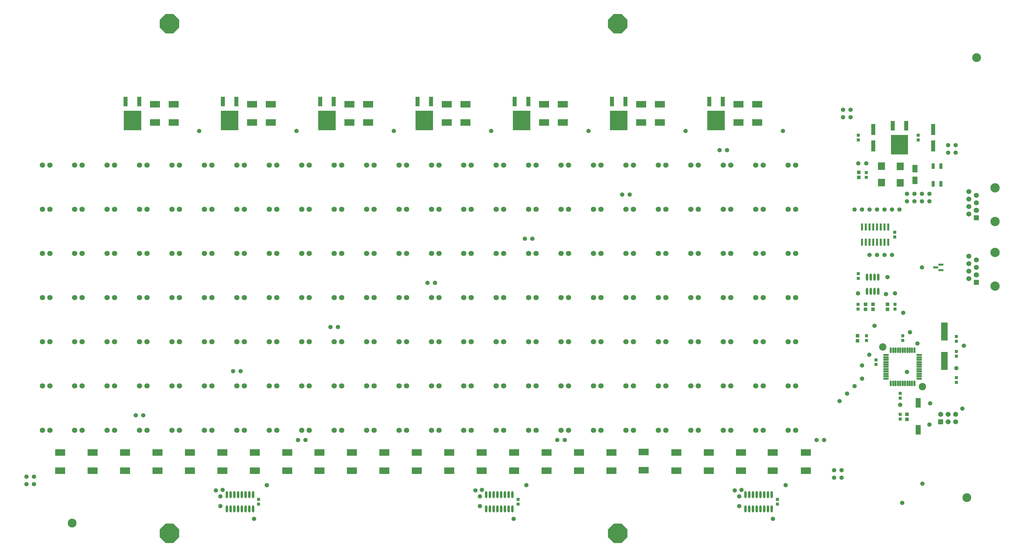
<source format=gts>
%FSLAX24Y24*%
%MOIN*%
G70*
G01*
G75*
G04 Layer_Color=8388736*
%ADD10R,0.1299X0.0787*%
%ADD11O,0.0217X0.0689*%
%ADD12O,0.0689X0.0217*%
%ADD13R,0.0354X0.0354*%
%ADD14C,0.0394*%
%ADD15R,0.2264X0.2559*%
%ADD16R,0.0492X0.1201*%
%ADD17O,0.0236X0.0866*%
%ADD18R,0.0335X0.0335*%
%ADD19R,0.0394X0.0394*%
%ADD20R,0.0630X0.1181*%
%ADD21R,0.0787X0.2362*%
%ADD22R,0.0630X0.0236*%
%ADD23R,0.0472X0.1378*%
%ADD24R,0.0866X0.0925*%
%ADD25R,0.0610X0.0925*%
%ADD26R,0.0335X0.0669*%
%ADD27R,0.2185X0.2559*%
%ADD28R,0.0236X0.0866*%
%ADD29C,0.0150*%
%ADD30C,0.0500*%
%ADD31C,0.0200*%
%ADD32C,0.0300*%
%ADD33C,0.0250*%
%ADD34C,0.0100*%
%ADD35C,0.0630*%
%ADD36C,0.0591*%
%ADD37C,0.0591*%
%ADD38R,0.0591X0.0591*%
%ADD39P,0.2706X8X22.5*%
%ADD40C,0.1161*%
%ADD41R,0.0591X0.0591*%
%ADD42C,0.0500*%
%ADD43C,0.0394*%
%ADD44C,0.0098*%
%ADD45C,0.0236*%
%ADD46C,0.0079*%
%ADD47R,0.1379X0.0867*%
%ADD48O,0.0297X0.0769*%
%ADD49O,0.0769X0.0297*%
%ADD50R,0.0434X0.0434*%
%ADD51C,0.1181*%
%ADD52R,0.2344X0.2639*%
%ADD53R,0.0572X0.1281*%
%ADD54O,0.0316X0.0946*%
%ADD55C,0.0984*%
%ADD56R,0.0415X0.0415*%
%ADD57R,0.0474X0.0474*%
%ADD58R,0.0710X0.1261*%
%ADD59R,0.0867X0.2442*%
%ADD60R,0.0710X0.0316*%
%ADD61R,0.0552X0.1458*%
%ADD62R,0.0946X0.1005*%
%ADD63R,0.0690X0.1005*%
%ADD64R,0.0415X0.0749*%
%ADD65R,0.2265X0.2639*%
%ADD66R,0.0316X0.0946*%
%ADD67C,0.0710*%
%ADD68C,0.0671*%
%ADD69C,0.0671*%
%ADD70R,0.0671X0.0671*%
%ADD71P,0.2793X8X22.5*%
%ADD72C,0.1241*%
%ADD73R,0.0671X0.0671*%
%ADD74C,0.0580*%
D47*
X149606Y17214D02*
D03*
Y19655D02*
D03*
X127608Y66170D02*
D03*
Y63730D02*
D03*
X114616Y66170D02*
D03*
Y63730D02*
D03*
X101624Y66170D02*
D03*
Y63730D02*
D03*
X88631Y66170D02*
D03*
Y63730D02*
D03*
X75639Y66170D02*
D03*
Y63730D02*
D03*
X62647Y66170D02*
D03*
Y63730D02*
D03*
X130108Y63730D02*
D03*
X117116D02*
D03*
X104124D02*
D03*
X91131D02*
D03*
X78139D02*
D03*
X65147Y63730D02*
D03*
Y66170D02*
D03*
X78139Y66170D02*
D03*
X91131D02*
D03*
X104124D02*
D03*
X117116D02*
D03*
X130108D02*
D03*
X93307Y17214D02*
D03*
X97638D02*
D03*
X101968D02*
D03*
X106299D02*
D03*
X110630D02*
D03*
X114961D02*
D03*
Y19655D02*
D03*
X110630D02*
D03*
X106299D02*
D03*
X101968D02*
D03*
X97638D02*
D03*
X93307D02*
D03*
X50000Y17214D02*
D03*
X54331D02*
D03*
X58661D02*
D03*
X62992D02*
D03*
X67323D02*
D03*
X71654D02*
D03*
X75984D02*
D03*
X80315D02*
D03*
X84646D02*
D03*
X88976D02*
D03*
Y19655D02*
D03*
X84646D02*
D03*
X80315D02*
D03*
X75984D02*
D03*
X71654D02*
D03*
X67323D02*
D03*
X62992D02*
D03*
X58661D02*
D03*
X54331D02*
D03*
X50000D02*
D03*
X140600Y66170D02*
D03*
Y63730D02*
D03*
X143100Y63730D02*
D03*
Y66170D02*
D03*
X119291Y19655D02*
D03*
X123622D02*
D03*
X132283Y17214D02*
D03*
Y19655D02*
D03*
X119291Y17214D02*
D03*
X123622D02*
D03*
X127931Y17269D02*
D03*
Y19710D02*
D03*
X136614Y17214D02*
D03*
Y19655D02*
D03*
X140945Y17214D02*
D03*
Y19655D02*
D03*
X145174Y17213D02*
D03*
Y19654D02*
D03*
D48*
X162518Y28867D02*
D03*
X162203D02*
D03*
X161888D02*
D03*
X160943Y33315D02*
D03*
X162203D02*
D03*
X162518D02*
D03*
X163463D02*
D03*
X163778D02*
D03*
X164093D02*
D03*
X163148D02*
D03*
X162833D02*
D03*
X161888D02*
D03*
X161573D02*
D03*
X161258D02*
D03*
X160943Y28867D02*
D03*
X161258D02*
D03*
X161573D02*
D03*
X162833D02*
D03*
X163148D02*
D03*
X163463D02*
D03*
X163778D02*
D03*
X164093D02*
D03*
D49*
X160294Y29516D02*
D03*
Y29831D02*
D03*
Y30146D02*
D03*
Y30461D02*
D03*
Y31091D02*
D03*
Y31406D02*
D03*
X164743Y32666D02*
D03*
Y32351D02*
D03*
Y32036D02*
D03*
Y31721D02*
D03*
Y31406D02*
D03*
Y31091D02*
D03*
Y30776D02*
D03*
Y30461D02*
D03*
Y30146D02*
D03*
Y29831D02*
D03*
Y29516D02*
D03*
X160294Y32666D02*
D03*
Y32351D02*
D03*
Y32036D02*
D03*
Y31721D02*
D03*
Y30776D02*
D03*
D50*
X156607Y61406D02*
D03*
Y62035D02*
D03*
X164607Y61406D02*
D03*
Y62035D02*
D03*
X162207Y26906D02*
D03*
Y27535D02*
D03*
X76505Y12745D02*
D03*
Y13375D02*
D03*
X111150Y12745D02*
D03*
Y13375D02*
D03*
X145796Y12745D02*
D03*
Y13375D02*
D03*
X162207Y24106D02*
D03*
Y24735D02*
D03*
X169707Y35135D02*
D03*
Y34506D02*
D03*
Y29006D02*
D03*
Y29635D02*
D03*
X162518Y34620D02*
D03*
Y35250D02*
D03*
X169707Y32506D02*
D03*
Y33135D02*
D03*
X158976Y31392D02*
D03*
X161450Y48435D02*
D03*
Y49065D02*
D03*
X158976Y32022D02*
D03*
X156600Y42906D02*
D03*
Y43535D02*
D03*
D51*
X172400Y72400D02*
D03*
X171100Y13600D02*
D03*
X51600Y10200D02*
D03*
D52*
X124608Y64005D02*
D03*
X111616D02*
D03*
X98624D02*
D03*
X85631D02*
D03*
X72639Y64005D02*
D03*
X59647D02*
D03*
X137600Y64005D02*
D03*
D53*
X125513Y66544D02*
D03*
X112521D02*
D03*
X99529D02*
D03*
X86537D02*
D03*
X73545Y66544D02*
D03*
X60553D02*
D03*
X58742D02*
D03*
X71734D02*
D03*
X84726Y66544D02*
D03*
X97718D02*
D03*
X110710D02*
D03*
X123702D02*
D03*
X138506D02*
D03*
X136694D02*
D03*
X161206Y63315D02*
D03*
X163009D02*
D03*
D54*
X110400Y12115D02*
D03*
X109900D02*
D03*
X108400D02*
D03*
X107900D02*
D03*
X107400D02*
D03*
X106900D02*
D03*
Y14005D02*
D03*
X107900D02*
D03*
X108400D02*
D03*
X108900D02*
D03*
X109400D02*
D03*
X109900D02*
D03*
X109400Y12115D02*
D03*
X108900D02*
D03*
X110400Y14005D02*
D03*
X107400D02*
D03*
X75755Y12115D02*
D03*
X75255D02*
D03*
X74755D02*
D03*
X74255D02*
D03*
X73755D02*
D03*
X73255D02*
D03*
X72755D02*
D03*
X72255D02*
D03*
Y14005D02*
D03*
X72755D02*
D03*
X73255D02*
D03*
X73755D02*
D03*
X74255D02*
D03*
X74755D02*
D03*
X75255D02*
D03*
X75755D02*
D03*
X145046Y12115D02*
D03*
X144046D02*
D03*
X143546D02*
D03*
X143046D02*
D03*
X142546D02*
D03*
X141546D02*
D03*
Y14005D02*
D03*
X142046D02*
D03*
X142546D02*
D03*
X143046D02*
D03*
X143546D02*
D03*
X144046D02*
D03*
X145046D02*
D03*
X144546D02*
D03*
X142046Y12115D02*
D03*
X144546D02*
D03*
X157757Y43065D02*
D03*
X159257Y41176D02*
D03*
X158757D02*
D03*
X158257D02*
D03*
X157757D02*
D03*
X159257Y43065D02*
D03*
X158757D02*
D03*
X158257D02*
D03*
D55*
X159867Y33750D02*
D03*
X165177Y28430D02*
D03*
D56*
X157707Y34606D02*
D03*
Y35235D02*
D03*
X156557Y39435D02*
D03*
X161507Y39435D02*
D03*
X156557Y38806D02*
D03*
X161507Y38806D02*
D03*
X157657Y57035D02*
D03*
Y56406D02*
D03*
D57*
X163107Y24086D02*
D03*
Y24755D02*
D03*
X156507Y34586D02*
D03*
Y35255D02*
D03*
X157557Y39455D02*
D03*
X160507Y39455D02*
D03*
X157557Y38786D02*
D03*
X160507Y38786D02*
D03*
X158557Y39455D02*
D03*
Y38786D02*
D03*
X156677Y56406D02*
D03*
Y57075D02*
D03*
D58*
X164607Y22670D02*
D03*
Y26285D02*
D03*
D59*
X168107Y31870D02*
D03*
Y35807D02*
D03*
D60*
X167633Y43996D02*
D03*
Y44744D02*
D03*
X166924Y44370D02*
D03*
D61*
X158607Y62820D02*
D03*
X166607Y62820D02*
D03*
Y60620D02*
D03*
X158607Y60620D02*
D03*
D62*
X159707Y57920D02*
D03*
X162207Y57873D02*
D03*
Y55668D02*
D03*
X159707Y55716D02*
D03*
D63*
X164157Y56020D02*
D03*
Y57576D02*
D03*
D64*
X166581Y55539D02*
D03*
X167633D02*
D03*
Y57902D02*
D03*
X166581D02*
D03*
D65*
X162107Y60776D02*
D03*
D66*
X157100Y47726D02*
D03*
X157600D02*
D03*
X158100D02*
D03*
X158600D02*
D03*
X159100D02*
D03*
X159600D02*
D03*
X160100D02*
D03*
X160600D02*
D03*
X157100Y49774D02*
D03*
X157600D02*
D03*
X158100D02*
D03*
X158600D02*
D03*
X159100D02*
D03*
X159600D02*
D03*
X160100D02*
D03*
X160600D02*
D03*
D67*
X61606Y22622D02*
D03*
X60606D02*
D03*
X74598Y28528D02*
D03*
X73598D02*
D03*
X87590Y34433D02*
D03*
X86590D02*
D03*
X100582Y40339D02*
D03*
X99582D02*
D03*
X112574Y46244D02*
D03*
X113574D02*
D03*
X126566Y52150D02*
D03*
X125566D02*
D03*
X143889Y58055D02*
D03*
X142889D02*
D03*
X142889Y52150D02*
D03*
X143889D02*
D03*
X143889Y46244D02*
D03*
X142889D02*
D03*
Y40339D02*
D03*
X143889D02*
D03*
Y34433D02*
D03*
X142889D02*
D03*
Y28528D02*
D03*
X143889D02*
D03*
Y22622D02*
D03*
X142889D02*
D03*
X138559Y58055D02*
D03*
X139559D02*
D03*
X148220Y28528D02*
D03*
X147220D02*
D03*
Y34433D02*
D03*
X148220D02*
D03*
Y40339D02*
D03*
X147220D02*
D03*
X147220Y46244D02*
D03*
X148220D02*
D03*
X148220Y52150D02*
D03*
X147220D02*
D03*
Y58055D02*
D03*
X148220D02*
D03*
X122236Y52150D02*
D03*
X121236D02*
D03*
X112574Y28528D02*
D03*
X113574D02*
D03*
X139559Y22622D02*
D03*
X138559D02*
D03*
Y34433D02*
D03*
X139559D02*
D03*
Y40339D02*
D03*
X138559D02*
D03*
Y46244D02*
D03*
X139559D02*
D03*
Y52150D02*
D03*
X138559D02*
D03*
X134228Y22622D02*
D03*
X135228D02*
D03*
Y28528D02*
D03*
X134228D02*
D03*
Y34433D02*
D03*
X135228D02*
D03*
Y40339D02*
D03*
X134228D02*
D03*
Y46244D02*
D03*
X135228D02*
D03*
X135228Y52150D02*
D03*
X134228D02*
D03*
X134228Y58055D02*
D03*
X135228D02*
D03*
X130897Y22622D02*
D03*
X129897D02*
D03*
Y28528D02*
D03*
X130897D02*
D03*
Y34433D02*
D03*
X129897D02*
D03*
Y46244D02*
D03*
X130897D02*
D03*
Y52150D02*
D03*
X129897D02*
D03*
Y58055D02*
D03*
X130897D02*
D03*
X126566Y22622D02*
D03*
X125566D02*
D03*
Y28528D02*
D03*
X126566D02*
D03*
Y34433D02*
D03*
X125566D02*
D03*
Y40339D02*
D03*
X126566D02*
D03*
Y46244D02*
D03*
X125566D02*
D03*
X122236Y22622D02*
D03*
X121236D02*
D03*
Y28528D02*
D03*
X122236D02*
D03*
Y34433D02*
D03*
X121236D02*
D03*
Y40339D02*
D03*
X122236D02*
D03*
Y46244D02*
D03*
X121236D02*
D03*
Y58055D02*
D03*
X122236D02*
D03*
X117905Y22622D02*
D03*
X116905D02*
D03*
Y28528D02*
D03*
X117905D02*
D03*
Y34433D02*
D03*
X116905D02*
D03*
Y40339D02*
D03*
X117905D02*
D03*
Y46244D02*
D03*
X116905D02*
D03*
Y52150D02*
D03*
X117905D02*
D03*
Y58055D02*
D03*
X116905D02*
D03*
X112574Y22622D02*
D03*
X113574D02*
D03*
Y34433D02*
D03*
X112574D02*
D03*
Y40339D02*
D03*
X113574D02*
D03*
X112574Y52150D02*
D03*
X113574D02*
D03*
Y58055D02*
D03*
X112574D02*
D03*
X108244Y22622D02*
D03*
X109244D02*
D03*
Y28528D02*
D03*
X108244D02*
D03*
Y34433D02*
D03*
X109244D02*
D03*
Y40339D02*
D03*
X108244D02*
D03*
Y46244D02*
D03*
X109244D02*
D03*
Y58055D02*
D03*
X108244D02*
D03*
X103913Y22622D02*
D03*
X104913D02*
D03*
Y28528D02*
D03*
X103913D02*
D03*
Y34433D02*
D03*
X104913D02*
D03*
Y40339D02*
D03*
X103913D02*
D03*
Y46244D02*
D03*
X104913D02*
D03*
Y52150D02*
D03*
X103913D02*
D03*
Y58055D02*
D03*
X104913D02*
D03*
X100582Y22622D02*
D03*
X99582D02*
D03*
Y28528D02*
D03*
X100582D02*
D03*
Y34433D02*
D03*
X99582D02*
D03*
X100582Y46244D02*
D03*
X99582D02*
D03*
Y52150D02*
D03*
X100582D02*
D03*
Y58055D02*
D03*
X99582D02*
D03*
X95251Y22622D02*
D03*
X96251D02*
D03*
Y28528D02*
D03*
X95251D02*
D03*
Y34433D02*
D03*
X96251D02*
D03*
Y40339D02*
D03*
X95251D02*
D03*
Y46244D02*
D03*
X96251D02*
D03*
Y52150D02*
D03*
X95251D02*
D03*
Y58055D02*
D03*
X96251D02*
D03*
X91921Y22622D02*
D03*
X90921D02*
D03*
Y28528D02*
D03*
X91921D02*
D03*
Y34433D02*
D03*
X90921D02*
D03*
Y40339D02*
D03*
X91921D02*
D03*
Y46244D02*
D03*
X90921D02*
D03*
Y52150D02*
D03*
X91921D02*
D03*
Y58055D02*
D03*
X90921D02*
D03*
X86590Y22622D02*
D03*
X87590D02*
D03*
Y28528D02*
D03*
X86590D02*
D03*
X87590Y40339D02*
D03*
X86590D02*
D03*
Y46244D02*
D03*
X87590D02*
D03*
Y52150D02*
D03*
X86590D02*
D03*
Y58055D02*
D03*
X87590D02*
D03*
X83259Y22622D02*
D03*
X82259D02*
D03*
Y28528D02*
D03*
X83259D02*
D03*
Y34433D02*
D03*
X82259D02*
D03*
Y40339D02*
D03*
X83259D02*
D03*
Y46244D02*
D03*
X82259D02*
D03*
Y52150D02*
D03*
X83259D02*
D03*
Y58055D02*
D03*
X82259D02*
D03*
X77929Y22622D02*
D03*
X78929D02*
D03*
Y28528D02*
D03*
X77929D02*
D03*
Y34433D02*
D03*
X78929D02*
D03*
Y40339D02*
D03*
X77929D02*
D03*
Y46244D02*
D03*
X78929D02*
D03*
Y52150D02*
D03*
X77929D02*
D03*
Y58055D02*
D03*
X78929D02*
D03*
X74598Y22622D02*
D03*
X73598D02*
D03*
X74598Y34433D02*
D03*
X73598D02*
D03*
Y40339D02*
D03*
X74598D02*
D03*
Y46244D02*
D03*
X73598D02*
D03*
Y52150D02*
D03*
X74598D02*
D03*
Y58055D02*
D03*
X73598D02*
D03*
X69267Y22622D02*
D03*
X70267D02*
D03*
Y28528D02*
D03*
X69267D02*
D03*
Y34433D02*
D03*
X70267D02*
D03*
Y40339D02*
D03*
X69267D02*
D03*
Y46244D02*
D03*
X70267D02*
D03*
Y52150D02*
D03*
X69267D02*
D03*
Y58055D02*
D03*
X70267D02*
D03*
X65937Y22622D02*
D03*
X64937D02*
D03*
Y28528D02*
D03*
X65937D02*
D03*
Y34433D02*
D03*
X64937D02*
D03*
Y40339D02*
D03*
X65937D02*
D03*
Y46244D02*
D03*
X64937D02*
D03*
Y52150D02*
D03*
X65937D02*
D03*
Y58055D02*
D03*
X64937D02*
D03*
X61606Y28528D02*
D03*
X60606D02*
D03*
Y34433D02*
D03*
X61606D02*
D03*
Y40339D02*
D03*
X60606D02*
D03*
Y46244D02*
D03*
X61606D02*
D03*
Y52150D02*
D03*
X60606D02*
D03*
Y58055D02*
D03*
X61606D02*
D03*
X57275Y22622D02*
D03*
X56275D02*
D03*
Y28528D02*
D03*
X57275D02*
D03*
Y34433D02*
D03*
X56275D02*
D03*
Y40339D02*
D03*
X57275D02*
D03*
Y46244D02*
D03*
X56275D02*
D03*
Y52150D02*
D03*
X57275D02*
D03*
Y58055D02*
D03*
X56275D02*
D03*
X51944Y22622D02*
D03*
X52944D02*
D03*
Y28528D02*
D03*
X51944D02*
D03*
Y34433D02*
D03*
X52944D02*
D03*
Y40339D02*
D03*
X51944D02*
D03*
Y46244D02*
D03*
X52944D02*
D03*
Y52150D02*
D03*
X51944D02*
D03*
Y58055D02*
D03*
X52944D02*
D03*
X48614Y22622D02*
D03*
X47614D02*
D03*
Y28528D02*
D03*
X48614D02*
D03*
Y34433D02*
D03*
X47614D02*
D03*
Y40339D02*
D03*
X48614D02*
D03*
Y46244D02*
D03*
X47614D02*
D03*
Y52150D02*
D03*
X48614D02*
D03*
Y58055D02*
D03*
X47614D02*
D03*
X108244Y52150D02*
D03*
X109244D02*
D03*
X139559Y28528D02*
D03*
X138559D02*
D03*
X147220Y22622D02*
D03*
X148220D02*
D03*
X130897Y40339D02*
D03*
X129897D02*
D03*
X125566Y58055D02*
D03*
X126566D02*
D03*
X172357Y43370D02*
D03*
X172357Y52004D02*
D03*
D68*
X169607Y24755D02*
D03*
X168607Y23755D02*
D03*
X171357Y44870D02*
D03*
Y43870D02*
D03*
X172357Y44370D02*
D03*
X171357Y53504D02*
D03*
Y52504D02*
D03*
Y51504D02*
D03*
X172357Y54004D02*
D03*
X171357Y54504D02*
D03*
X171357Y42870D02*
D03*
X172357Y45370D02*
D03*
X171357Y45870D02*
D03*
D69*
X169607Y23755D02*
D03*
X168607Y24755D02*
D03*
X167607D02*
D03*
X172357Y53004D02*
D03*
D70*
X167607Y23755D02*
D03*
D71*
X64607Y8843D02*
D03*
X124449D02*
D03*
Y76953D02*
D03*
X64607D02*
D03*
D72*
X174857Y41870D02*
D03*
Y46370D02*
D03*
X174857Y50504D02*
D03*
Y55004D02*
D03*
D73*
X172357Y51004D02*
D03*
X172357Y42370D02*
D03*
D74*
X166080Y23370D02*
D03*
X45510Y15400D02*
D03*
X46510D02*
D03*
Y16400D02*
D03*
X45510D02*
D03*
X153360Y16290D02*
D03*
X154360D02*
D03*
Y17290D02*
D03*
X153360D02*
D03*
X71689Y14640D02*
D03*
X106334D02*
D03*
X140980Y14640D02*
D03*
X163100Y30420D02*
D03*
X60098Y24594D02*
D03*
X61098D02*
D03*
X73090Y30500D02*
D03*
X74090D02*
D03*
X86083Y36405D02*
D03*
X87083D02*
D03*
X99075Y42311D02*
D03*
X100075D02*
D03*
X112067Y48216D02*
D03*
X113067D02*
D03*
X125059Y54122D02*
D03*
X126059D02*
D03*
X81570Y62600D02*
D03*
X94563D02*
D03*
X120547D02*
D03*
X133539D02*
D03*
X107555D02*
D03*
X68578D02*
D03*
X110550Y10760D02*
D03*
X106059Y12486D02*
D03*
X112259Y15286D02*
D03*
X106059Y13786D02*
D03*
X71413D02*
D03*
Y12486D02*
D03*
X75905Y10760D02*
D03*
X77613Y15286D02*
D03*
X82749Y21300D02*
D03*
X81749D02*
D03*
X70813Y14586D02*
D03*
X117394Y21300D02*
D03*
X116394D02*
D03*
X105459Y14586D02*
D03*
X146531Y62600D02*
D03*
X139051Y60027D02*
D03*
X138051D02*
D03*
X140705Y13786D02*
D03*
X146905Y15286D02*
D03*
X145196Y10760D02*
D03*
X140705Y12486D02*
D03*
X140105Y14586D02*
D03*
X170481Y25496D02*
D03*
X165150Y15490D02*
D03*
X162207Y26020D02*
D03*
X160307Y40820D02*
D03*
X162607Y38320D02*
D03*
X158050Y32700D02*
D03*
X164507Y34220D02*
D03*
X166100Y54200D02*
D03*
X163107Y54220D02*
D03*
Y53220D02*
D03*
X166100Y53200D02*
D03*
X165100Y54200D02*
D03*
X164100D02*
D03*
Y53200D02*
D03*
X165100D02*
D03*
X166207Y26220D02*
D03*
X170707Y33920D02*
D03*
X169707Y30920D02*
D03*
X157080Y31280D02*
D03*
X163507Y35720D02*
D03*
X158750Y36570D02*
D03*
X168607Y60720D02*
D03*
X169607D02*
D03*
Y59720D02*
D03*
X168607D02*
D03*
X156607Y58270D02*
D03*
X165107Y44370D02*
D03*
X156557Y40920D02*
D03*
X161507D02*
D03*
X157657Y58270D02*
D03*
X160507Y43070D02*
D03*
X161607Y60220D02*
D03*
Y61220D02*
D03*
X162607Y60220D02*
D03*
Y61220D02*
D03*
X156100Y28500D02*
D03*
X155100Y27500D02*
D03*
X154100Y26500D02*
D03*
X157100Y29500D02*
D03*
X162100Y52100D02*
D03*
X161100D02*
D03*
X160100D02*
D03*
X159100D02*
D03*
X158100D02*
D03*
X157100D02*
D03*
X156100D02*
D03*
X161100Y46053D02*
D03*
X160100D02*
D03*
X159100D02*
D03*
X158100D02*
D03*
X151040Y21300D02*
D03*
X152040D02*
D03*
X154550Y64450D02*
D03*
X155550D02*
D03*
Y65450D02*
D03*
X154550D02*
D03*
X162450Y12900D02*
D03*
M02*

</source>
